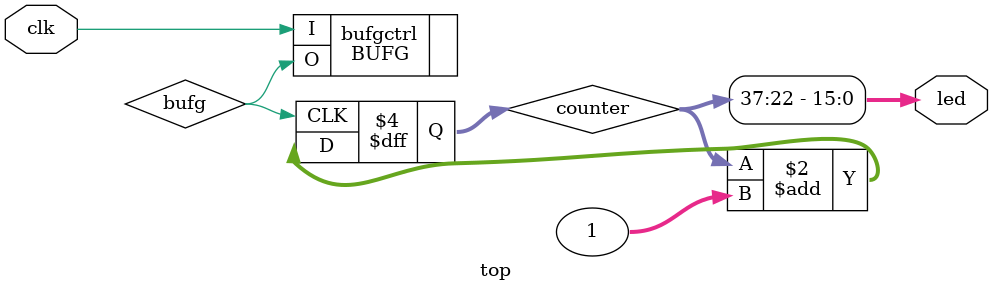
<source format=v>
`timescale 1 ps / 1 ps

module top (
    input  clk,
    output [15:0] led
);

    localparam BITS = 16;
    localparam LOG2DELAY = 22;

    wire bufg;
    BUFG bufgctrl(.I(clk), .O(bufg));

    reg [BITS+LOG2DELAY-1:0] counter = 0;

    always @(posedge bufg) begin
        counter <= counter + 1;
    end

    assign led[15:0] = counter[BITS+LOG2DELAY-1:LOG2DELAY];
endmodule

</source>
